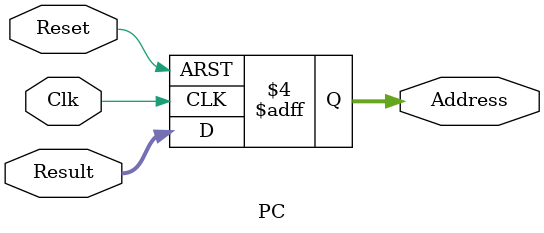
<source format=v>
module PC(Clk,Reset,Result,Address);  
input Clk;//时钟
input Reset;//是否重置地址。0-初始化PC，否则接受新地址       
input[31:0] Result;
output reg[31:0] Address;
//reg[31:0] Address;
initial begin
Address  <= 0;
end
always @(posedge Clk or negedge Reset)  
begin  
if (!Reset) //如果为0则初始化PC，否则接受新地址
begin  
Address <= 0;  
end  
else   
begin
Address =  Result;  
end  
end  
endmodule

</source>
